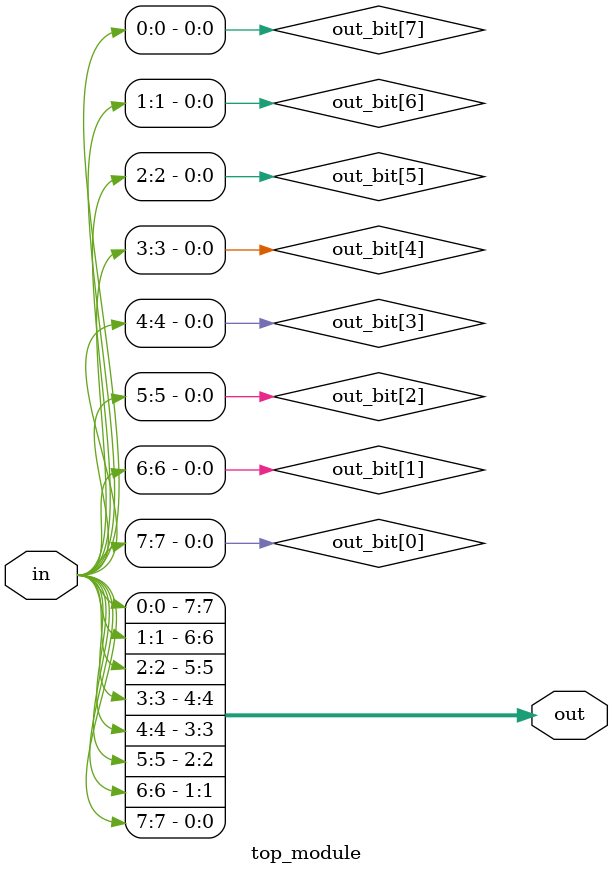
<source format=sv>
module top_module (
	input [7:0] in,
	output [7:0] out
);

	// Declare wire for each bit of the output
	wire out_bit[7:0];

	// Reverse the bit ordering
	assign out_bit[0] = in[7];
	assign out_bit[1] = in[6];
	assign out_bit[2] = in[5];
	assign out_bit[3] = in[4];
	assign out_bit[4] = in[3];
	assign out_bit[5] = in[2];
	assign out_bit[6] = in[1];
	assign out_bit[7] = in[0];

	// Assign the output bits to the output signal
	assign out = {out_bit[7], out_bit[6], out_bit[5], out_bit[4], out_bit[3], out_bit[2], out_bit[1], out_bit[0]};

endmodule

</source>
